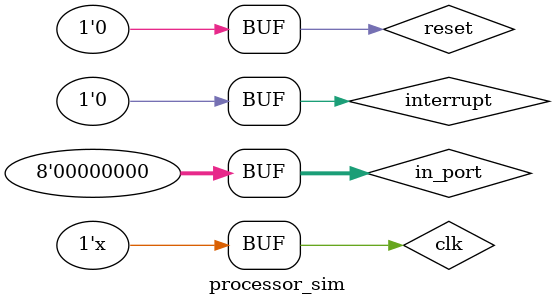
<source format=v>
`timescale 1ns / 1ps


module processor_sim;

	// Inputs
	reg clk;
	reg interrupt;
	reg reset;
	reg [7:0] in_port;

	// Outputs
	wire [7:0] port_id;
	wire write_strobe;
	wire [7:0] out_port;
	wire read_strobe;
	wire interrupt_ack;

	// Instantiate the Unit Under Test (UUT)
	top_level uut (
		.clk(clk), 
		.port_id(port_id), 
		.write_strobe(write_strobe), 
		.out_port(out_port), 
		.read_strobe(read_strobe), 
		.interrupt(interrupt), 
		.interrupt_ack(interrupt_ack), 
		.reset(reset), 
		.in_port(in_port)
	);

	always
		#5 clk = ~clk;
		
	initial begin
		// Initialize Inputs
		clk = 0;
		interrupt = 0;
		reset = 1;
		in_port = 0;
		
		#20;
		reset = 0;
		// Wait 100 ns for global reset to finish
		#100000;
        
		// Add stimulus here

	end
      
endmodule


</source>
